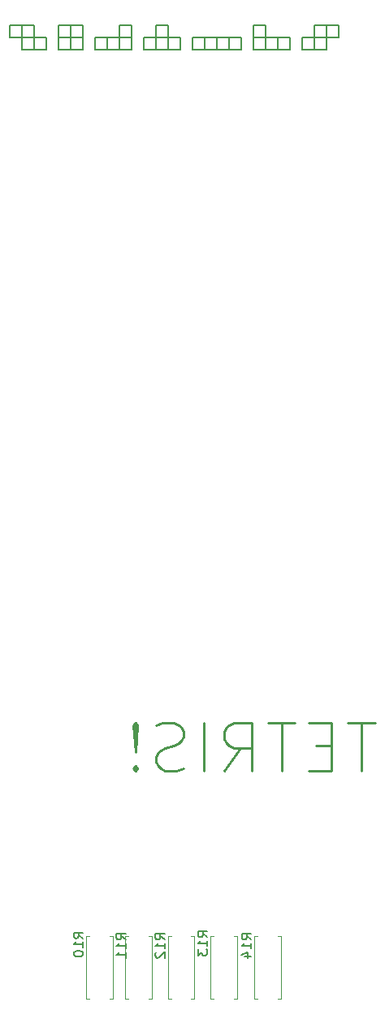
<source format=gbr>
G04 #@! TF.GenerationSoftware,KiCad,Pcbnew,(5.1.0)-1*
G04 #@! TF.CreationDate,2019-12-12T14:08:26-05:00*
G04 #@! TF.ProjectId,LEDMatrix,4c45444d-6174-4726-9978-2e6b69636164,rev?*
G04 #@! TF.SameCoordinates,Original*
G04 #@! TF.FileFunction,Legend,Bot*
G04 #@! TF.FilePolarity,Positive*
%FSLAX46Y46*%
G04 Gerber Fmt 4.6, Leading zero omitted, Abs format (unit mm)*
G04 Created by KiCad (PCBNEW (5.1.0)-1) date 2019-12-12 14:08:26*
%MOMM*%
%LPD*%
G04 APERTURE LIST*
%ADD10C,0.250000*%
%ADD11C,0.150000*%
%ADD12C,0.120000*%
G04 APERTURE END LIST*
D10*
X79913142Y-114482904D02*
X77056000Y-114482904D01*
X78484571Y-119482904D02*
X78484571Y-114482904D01*
X75389333Y-116863857D02*
X73722666Y-116863857D01*
X73008380Y-119482904D02*
X75389333Y-119482904D01*
X75389333Y-114482904D01*
X73008380Y-114482904D01*
X71579809Y-114482904D02*
X68722666Y-114482904D01*
X70151238Y-119482904D02*
X70151238Y-114482904D01*
X64198857Y-119482904D02*
X65865523Y-117101952D01*
X67056000Y-119482904D02*
X67056000Y-114482904D01*
X65151238Y-114482904D01*
X64675047Y-114721000D01*
X64436952Y-114959095D01*
X64198857Y-115435285D01*
X64198857Y-116149571D01*
X64436952Y-116625761D01*
X64675047Y-116863857D01*
X65151238Y-117101952D01*
X67056000Y-117101952D01*
X62056000Y-119482904D02*
X62056000Y-114482904D01*
X59913142Y-119244809D02*
X59198857Y-119482904D01*
X58008380Y-119482904D01*
X57532190Y-119244809D01*
X57294095Y-119006714D01*
X57056000Y-118530523D01*
X57056000Y-118054333D01*
X57294095Y-117578142D01*
X57532190Y-117340047D01*
X58008380Y-117101952D01*
X58960761Y-116863857D01*
X59436952Y-116625761D01*
X59675047Y-116387666D01*
X59913142Y-115911476D01*
X59913142Y-115435285D01*
X59675047Y-114959095D01*
X59436952Y-114721000D01*
X58960761Y-114482904D01*
X57770285Y-114482904D01*
X57056000Y-114721000D01*
X54913142Y-119006714D02*
X54675047Y-119244809D01*
X54913142Y-119482904D01*
X55151238Y-119244809D01*
X54913142Y-119006714D01*
X54913142Y-119482904D01*
X54913142Y-117578142D02*
X55151238Y-114721000D01*
X54913142Y-114482904D01*
X54675047Y-114721000D01*
X54913142Y-117578142D01*
X54913142Y-114482904D01*
D11*
X73590000Y-43180000D02*
X73590000Y-44450000D01*
X72320000Y-43180000D02*
X72320000Y-44450000D01*
X74860000Y-43180000D02*
X74860000Y-41910000D01*
X76130000Y-43180000D02*
X74860000Y-43180000D01*
X76130000Y-41910000D02*
X76130000Y-43180000D01*
X73590000Y-41910000D02*
X76130000Y-41910000D01*
X72320000Y-43180000D02*
X73590000Y-43180000D01*
X73590000Y-43180000D02*
X74860000Y-43180000D01*
X73590000Y-41910000D02*
X73590000Y-43180000D01*
X74860000Y-44450000D02*
X74860000Y-43180000D01*
X72320000Y-44450000D02*
X74860000Y-44450000D01*
X43110000Y-44450000D02*
X43110000Y-41910000D01*
X44380000Y-44450000D02*
X43110000Y-44450000D01*
X43110000Y-43180000D02*
X44380000Y-43180000D01*
X41840000Y-43180000D02*
X43110000Y-43180000D01*
X41840000Y-41910000D02*
X41840000Y-43180000D01*
X44380000Y-41910000D02*
X41840000Y-41910000D01*
X44380000Y-43180000D02*
X44380000Y-41910000D01*
X45650000Y-43180000D02*
X45650000Y-44450000D01*
X44380000Y-43180000D02*
X45650000Y-43180000D01*
X44380000Y-44450000D02*
X44380000Y-43180000D01*
X45650000Y-44450000D02*
X44380000Y-44450000D01*
X48190000Y-43180000D02*
X48190000Y-44450000D01*
X46920000Y-43180000D02*
X48190000Y-43180000D01*
X49460000Y-43180000D02*
X48190000Y-43180000D01*
X48190000Y-43180000D02*
X49460000Y-43180000D01*
X48190000Y-41910000D02*
X48190000Y-43180000D01*
X49460000Y-44450000D02*
X49460000Y-41910000D01*
X46920000Y-44450000D02*
X49460000Y-44450000D01*
X46920000Y-41910000D02*
X46920000Y-44450000D01*
X49460000Y-41910000D02*
X46920000Y-41910000D01*
X69780000Y-44450000D02*
X68510000Y-44450000D01*
X69780000Y-43180000D02*
X69780000Y-44450000D01*
X69780000Y-44450000D02*
X69780000Y-43180000D01*
X71050000Y-44450000D02*
X69780000Y-44450000D01*
X71050000Y-43180000D02*
X71050000Y-44450000D01*
X68510000Y-43180000D02*
X71050000Y-43180000D01*
X68510000Y-44450000D02*
X68510000Y-43180000D01*
X67240000Y-44450000D02*
X68510000Y-44450000D01*
X68510000Y-43180000D02*
X67240000Y-43180000D01*
X68510000Y-41910000D02*
X68510000Y-43180000D01*
X67240000Y-41910000D02*
X68510000Y-41910000D01*
X67240000Y-44450000D02*
X67240000Y-41910000D01*
X54540000Y-43180000D02*
X54540000Y-41910000D01*
X52000000Y-44450000D02*
X52000000Y-43180000D01*
X53270000Y-43180000D02*
X53270000Y-44450000D01*
X52000000Y-43180000D02*
X53270000Y-43180000D01*
X50730000Y-43180000D02*
X52000000Y-43180000D01*
X50730000Y-44450000D02*
X50730000Y-43180000D01*
X52000000Y-44450000D02*
X50730000Y-44450000D01*
X53270000Y-44450000D02*
X52000000Y-44450000D01*
X54540000Y-44450000D02*
X53270000Y-44450000D01*
X54540000Y-43180000D02*
X54540000Y-44450000D01*
X53270000Y-43180000D02*
X54540000Y-43180000D01*
X53270000Y-41910000D02*
X53270000Y-43180000D01*
X54540000Y-41910000D02*
X53270000Y-41910000D01*
X55810000Y-43180000D02*
X57080000Y-43180000D01*
X55810000Y-44450000D02*
X55810000Y-43180000D01*
X57080000Y-44450000D02*
X55810000Y-44450000D01*
X57080000Y-43180000D02*
X57080000Y-44450000D01*
X57080000Y-44450000D02*
X58350000Y-44450000D01*
X58350000Y-41910000D02*
X58350000Y-44450000D01*
X57080000Y-41910000D02*
X58350000Y-41910000D01*
X57080000Y-43180000D02*
X57080000Y-41910000D01*
X58350000Y-43180000D02*
X57080000Y-43180000D01*
X58350000Y-43180000D02*
X58350000Y-44450000D01*
X59620000Y-44450000D02*
X58350000Y-44450000D01*
X58350000Y-43180000D02*
X59620000Y-43180000D01*
X59620000Y-44450000D02*
X59620000Y-43180000D01*
X65970000Y-44450000D02*
X64700000Y-44450000D01*
X65970000Y-43180000D02*
X65970000Y-44450000D01*
X64700000Y-43180000D02*
X65970000Y-43180000D01*
X64700000Y-44450000D02*
X63430000Y-44450000D01*
X64700000Y-43180000D02*
X64700000Y-44450000D01*
X63430000Y-43180000D02*
X64700000Y-43180000D01*
X63430000Y-44450000D02*
X62160000Y-44450000D01*
X63430000Y-43180000D02*
X63430000Y-44450000D01*
X62160000Y-43180000D02*
X63430000Y-43180000D01*
X62160000Y-44450000D02*
X62160000Y-43180000D01*
X60890000Y-44450000D02*
X62160000Y-44450000D01*
X60890000Y-43180000D02*
X60890000Y-44450000D01*
X62160000Y-43180000D02*
X60890000Y-43180000D01*
D12*
X50141000Y-136684000D02*
X49811000Y-136684000D01*
X49811000Y-136684000D02*
X49811000Y-143224000D01*
X49811000Y-143224000D02*
X50141000Y-143224000D01*
X52221000Y-136684000D02*
X52551000Y-136684000D01*
X52551000Y-136684000D02*
X52551000Y-143224000D01*
X52551000Y-143224000D02*
X52221000Y-143224000D01*
X56615000Y-143224000D02*
X56285000Y-143224000D01*
X56615000Y-136684000D02*
X56615000Y-143224000D01*
X56285000Y-136684000D02*
X56615000Y-136684000D01*
X53875000Y-143224000D02*
X54205000Y-143224000D01*
X53875000Y-136684000D02*
X53875000Y-143224000D01*
X54205000Y-136684000D02*
X53875000Y-136684000D01*
X61060000Y-143224000D02*
X60730000Y-143224000D01*
X61060000Y-136684000D02*
X61060000Y-143224000D01*
X60730000Y-136684000D02*
X61060000Y-136684000D01*
X58320000Y-143224000D02*
X58650000Y-143224000D01*
X58320000Y-136684000D02*
X58320000Y-143224000D01*
X58650000Y-136684000D02*
X58320000Y-136684000D01*
X63095000Y-136684000D02*
X62765000Y-136684000D01*
X62765000Y-136684000D02*
X62765000Y-143224000D01*
X62765000Y-143224000D02*
X63095000Y-143224000D01*
X65175000Y-136684000D02*
X65505000Y-136684000D01*
X65505000Y-136684000D02*
X65505000Y-143224000D01*
X65505000Y-143224000D02*
X65175000Y-143224000D01*
X67667000Y-136684000D02*
X67337000Y-136684000D01*
X67337000Y-136684000D02*
X67337000Y-143224000D01*
X67337000Y-143224000D02*
X67667000Y-143224000D01*
X69747000Y-136684000D02*
X70077000Y-136684000D01*
X70077000Y-136684000D02*
X70077000Y-143224000D01*
X70077000Y-143224000D02*
X69747000Y-143224000D01*
D11*
X49474380Y-136898142D02*
X48998190Y-136564809D01*
X49474380Y-136326714D02*
X48474380Y-136326714D01*
X48474380Y-136707666D01*
X48522000Y-136802904D01*
X48569619Y-136850523D01*
X48664857Y-136898142D01*
X48807714Y-136898142D01*
X48902952Y-136850523D01*
X48950571Y-136802904D01*
X48998190Y-136707666D01*
X48998190Y-136326714D01*
X49474380Y-137850523D02*
X49474380Y-137279095D01*
X49474380Y-137564809D02*
X48474380Y-137564809D01*
X48617238Y-137469571D01*
X48712476Y-137374333D01*
X48760095Y-137279095D01*
X48474380Y-138469571D02*
X48474380Y-138564809D01*
X48522000Y-138660047D01*
X48569619Y-138707666D01*
X48664857Y-138755285D01*
X48855333Y-138802904D01*
X49093428Y-138802904D01*
X49283904Y-138755285D01*
X49379142Y-138707666D01*
X49426761Y-138660047D01*
X49474380Y-138564809D01*
X49474380Y-138469571D01*
X49426761Y-138374333D01*
X49379142Y-138326714D01*
X49283904Y-138279095D01*
X49093428Y-138231476D01*
X48855333Y-138231476D01*
X48664857Y-138279095D01*
X48569619Y-138326714D01*
X48522000Y-138374333D01*
X48474380Y-138469571D01*
X53919380Y-137025142D02*
X53443190Y-136691809D01*
X53919380Y-136453714D02*
X52919380Y-136453714D01*
X52919380Y-136834666D01*
X52967000Y-136929904D01*
X53014619Y-136977523D01*
X53109857Y-137025142D01*
X53252714Y-137025142D01*
X53347952Y-136977523D01*
X53395571Y-136929904D01*
X53443190Y-136834666D01*
X53443190Y-136453714D01*
X53919380Y-137977523D02*
X53919380Y-137406095D01*
X53919380Y-137691809D02*
X52919380Y-137691809D01*
X53062238Y-137596571D01*
X53157476Y-137501333D01*
X53205095Y-137406095D01*
X53919380Y-138929904D02*
X53919380Y-138358476D01*
X53919380Y-138644190D02*
X52919380Y-138644190D01*
X53062238Y-138548952D01*
X53157476Y-138453714D01*
X53205095Y-138358476D01*
X57983380Y-137025142D02*
X57507190Y-136691809D01*
X57983380Y-136453714D02*
X56983380Y-136453714D01*
X56983380Y-136834666D01*
X57031000Y-136929904D01*
X57078619Y-136977523D01*
X57173857Y-137025142D01*
X57316714Y-137025142D01*
X57411952Y-136977523D01*
X57459571Y-136929904D01*
X57507190Y-136834666D01*
X57507190Y-136453714D01*
X57983380Y-137977523D02*
X57983380Y-137406095D01*
X57983380Y-137691809D02*
X56983380Y-137691809D01*
X57126238Y-137596571D01*
X57221476Y-137501333D01*
X57269095Y-137406095D01*
X57078619Y-138358476D02*
X57031000Y-138406095D01*
X56983380Y-138501333D01*
X56983380Y-138739428D01*
X57031000Y-138834666D01*
X57078619Y-138882285D01*
X57173857Y-138929904D01*
X57269095Y-138929904D01*
X57411952Y-138882285D01*
X57983380Y-138310857D01*
X57983380Y-138929904D01*
X62428380Y-136771142D02*
X61952190Y-136437809D01*
X62428380Y-136199714D02*
X61428380Y-136199714D01*
X61428380Y-136580666D01*
X61476000Y-136675904D01*
X61523619Y-136723523D01*
X61618857Y-136771142D01*
X61761714Y-136771142D01*
X61856952Y-136723523D01*
X61904571Y-136675904D01*
X61952190Y-136580666D01*
X61952190Y-136199714D01*
X62428380Y-137723523D02*
X62428380Y-137152095D01*
X62428380Y-137437809D02*
X61428380Y-137437809D01*
X61571238Y-137342571D01*
X61666476Y-137247333D01*
X61714095Y-137152095D01*
X61428380Y-138056857D02*
X61428380Y-138675904D01*
X61809333Y-138342571D01*
X61809333Y-138485428D01*
X61856952Y-138580666D01*
X61904571Y-138628285D01*
X61999809Y-138675904D01*
X62237904Y-138675904D01*
X62333142Y-138628285D01*
X62380761Y-138580666D01*
X62428380Y-138485428D01*
X62428380Y-138199714D01*
X62380761Y-138104476D01*
X62333142Y-138056857D01*
X67000380Y-137025142D02*
X66524190Y-136691809D01*
X67000380Y-136453714D02*
X66000380Y-136453714D01*
X66000380Y-136834666D01*
X66048000Y-136929904D01*
X66095619Y-136977523D01*
X66190857Y-137025142D01*
X66333714Y-137025142D01*
X66428952Y-136977523D01*
X66476571Y-136929904D01*
X66524190Y-136834666D01*
X66524190Y-136453714D01*
X67000380Y-137977523D02*
X67000380Y-137406095D01*
X67000380Y-137691809D02*
X66000380Y-137691809D01*
X66143238Y-137596571D01*
X66238476Y-137501333D01*
X66286095Y-137406095D01*
X66333714Y-138834666D02*
X67000380Y-138834666D01*
X65952761Y-138596571D02*
X66667047Y-138358476D01*
X66667047Y-138977523D01*
M02*

</source>
